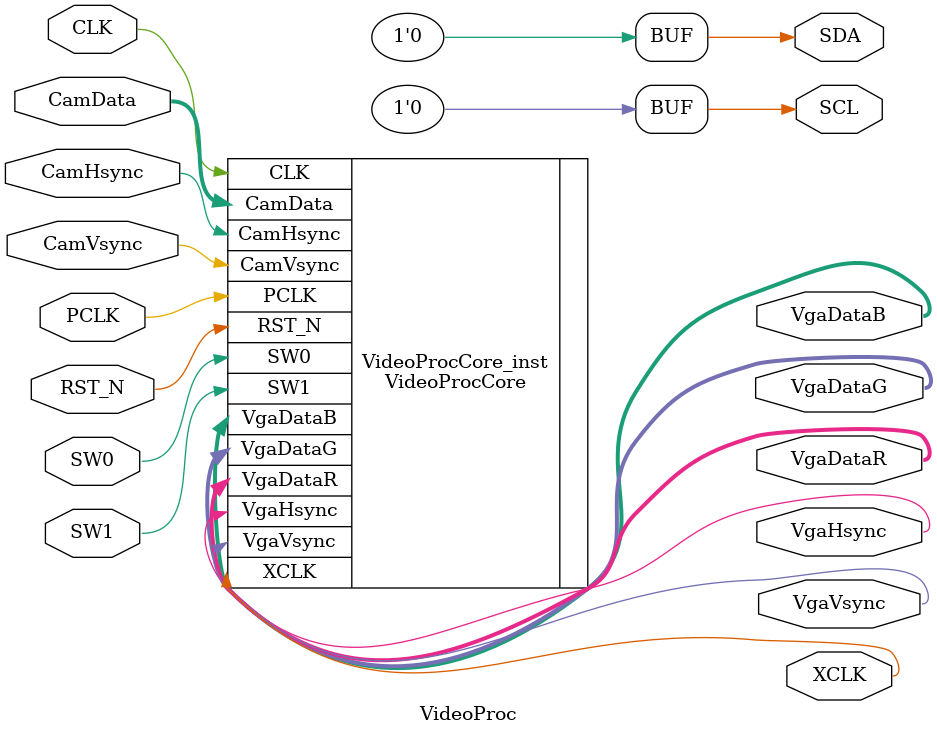
<source format=v>
 
 
`timescale  1ns/10ps
module VideoProc (CLK, RST_N, XCLK, SCL, SDA, CamHsync, CamVsync, PCLK, CamData,
                  VgaVsync, VgaHsync, SW0, SW1, VgaDataR, VgaDataG, VgaDataB);
  reg visual_null;
  input CLK;
  input RST_N;
  output XCLK;
  output SCL;
  output SDA;
  input CamHsync;
  input CamVsync;
  input PCLK;
  input [7:0] CamData;
  output VgaVsync;
  output VgaHsync;
  input SW0;
  input SW1;
  output [7:0] VgaDataR;
  output [7:0] VgaDataG;
  output [7:0] VgaDataB;
  assign SCL = 1'b0;
  assign SDA = 1'b0;
 
  VideoProcCore  VideoProcCore_inst
    (
     .CLK(CLK),
     .RST_N(RST_N),
     .XCLK(XCLK),
     .CamHsync(CamHsync),
     .CamVsync(CamVsync),
     .PCLK(PCLK),
     .CamData(CamData),
     .VgaVsync(VgaVsync),
     .VgaHsync(VgaHsync),
     .SW0(SW0),
     .SW1(SW1),
     .VgaDataR(VgaDataR),
     .VgaDataG(VgaDataG),
     .VgaDataB(VgaDataB));
 
 
endmodule

</source>
